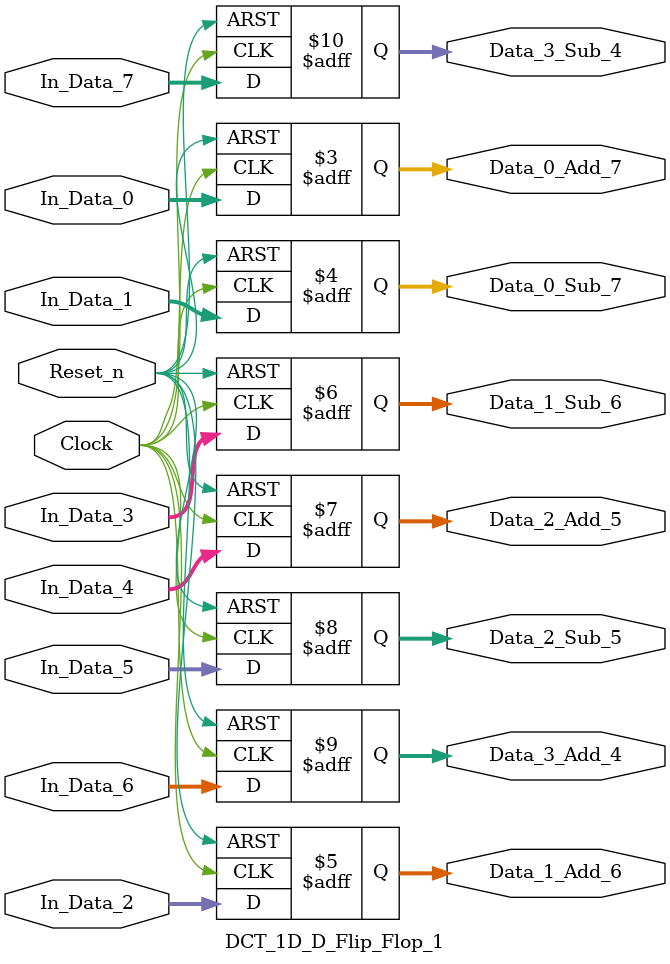
<source format=v>
module DCT_1D_D_Flip_Flop_1(
Clock,
Reset_n,
In_Data_0,
In_Data_1,
In_Data_2,
In_Data_3,
In_Data_4,
In_Data_5,
In_Data_6,
In_Data_7,
Data_0_Add_7,
Data_0_Sub_7,
Data_1_Add_6,
Data_1_Sub_6,
Data_2_Add_5,
Data_2_Sub_5,
Data_3_Add_4,
Data_3_Sub_4
);

parameter WIDTH = 8;

input Clock;
input Reset_n;
input signed [WIDTH:0] In_Data_0;
input signed [WIDTH:0] In_Data_1;
input signed [WIDTH:0] In_Data_2;
input signed [WIDTH:0] In_Data_3;
input signed [WIDTH:0] In_Data_4;
input signed [WIDTH:0] In_Data_5;
input signed [WIDTH:0] In_Data_6;
input signed [WIDTH:0] In_Data_7;

output signed [WIDTH:0] Data_0_Add_7;
output signed [WIDTH:0] Data_0_Sub_7;
output signed [WIDTH:0] Data_1_Add_6;
output signed [WIDTH:0] Data_1_Sub_6;
output signed [WIDTH:0] Data_2_Add_5;
output signed [WIDTH:0] Data_2_Sub_5;
output signed [WIDTH:0] Data_3_Add_4;
output signed [WIDTH:0] Data_3_Sub_4;

reg signed [WIDTH:0] Data_0_Add_7;
reg signed [WIDTH:0] Data_0_Sub_7;
reg signed [WIDTH:0] Data_1_Add_6;
reg signed [WIDTH:0] Data_1_Sub_6;
reg signed [WIDTH:0] Data_2_Add_5;
reg signed [WIDTH:0] Data_2_Sub_5;
reg signed [WIDTH:0] Data_3_Add_4;
reg signed [WIDTH:0] Data_3_Sub_4;

always @(posedge Clock or negedge Reset_n)
begin
    if(!Reset_n)
        begin
            Data_0_Add_7 <= 9'b0;
            Data_0_Sub_7 <= 9'b0;
            Data_1_Add_6 <= 9'b0;
            Data_1_Sub_6 <= 9'b0;
            Data_2_Add_5 <= 9'b0;
            Data_2_Sub_5 <= 9'b0;
            Data_3_Add_4 <= 9'b0;
            Data_3_Sub_4 <= 9'b0;
        end
    else
        begin
            Data_0_Add_7 <= In_Data_0;
            Data_0_Sub_7 <= In_Data_1;
            Data_1_Add_6 <= In_Data_2;
            Data_1_Sub_6 <= In_Data_3;
            Data_2_Add_5 <= In_Data_4;
            Data_2_Sub_5 <= In_Data_5;
            Data_3_Add_4 <= In_Data_6;
            Data_3_Sub_4 <= In_Data_7;
        end
end
endmodule 
</source>
